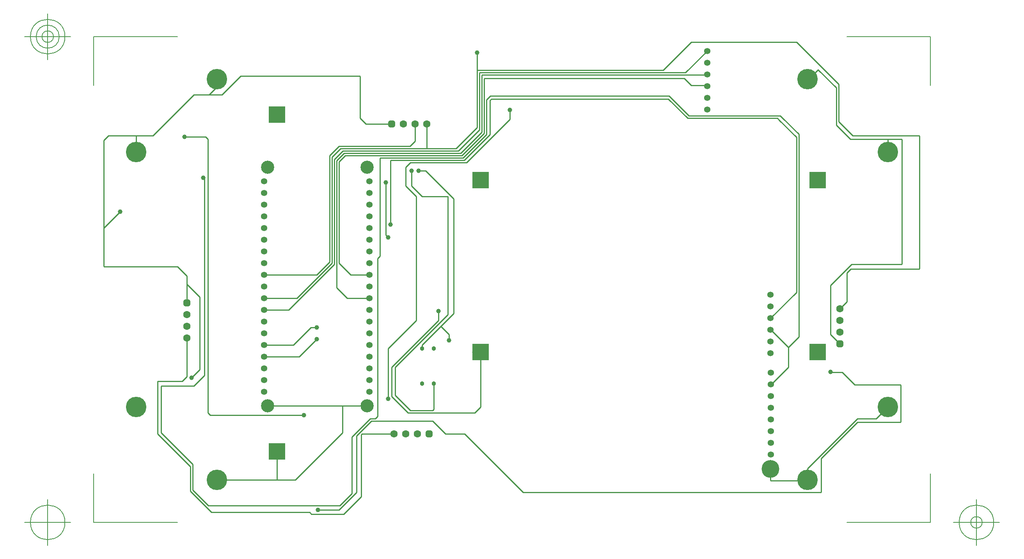
<source format=gbr>
G04 Generated by Ultiboard 14.2 *
%FSLAX24Y24*%
%MOIN*%

%ADD10C,0.0001*%
%ADD11C,0.0100*%
%ADD12C,0.0050*%
%ADD13C,0.0394*%
%ADD14C,0.1750*%
%ADD15C,0.0380*%
%ADD16C,0.0534*%
%ADD17C,0.1518*%
%ADD18R,0.1430X0.1430*%
%ADD19C,0.1124*%
%ADD20C,0.0633*%
%ADD21R,0.0208X0.0208*%
%ADD22C,0.0392*%


G04 ColorRGB 0000FF for the following layer *
%LNCopper Bottom*%
%LPD*%
G54D10*
G54D11*
X28600Y-1900D02*
X28000Y-2500D01*
X-10300Y13300D02*
X-12500Y13300D01*
X-26700Y-7700D02*
X-26700Y-1500D01*
X-26700Y-7700D02*
X-27400Y-8400D01*
X27200Y-4700D02*
X28000Y-5500D01*
X27200Y-4700D02*
X27200Y-500D01*
X22145Y-8955D02*
X23600Y-7500D01*
X22114Y-4314D02*
X23600Y-5800D01*
X22092Y-4314D02*
X22114Y-4314D01*
X-27500Y-16000D02*
X-30300Y-13200D01*
X27200Y-500D02*
X29000Y1300D01*
X28600Y571D02*
X28600Y-1900D01*
X28929Y900D02*
X28600Y571D01*
X34800Y929D02*
X34771Y900D01*
X28929Y900D01*
X34771Y12300D02*
X34800Y12271D01*
X34800Y929D01*
X27700Y13200D02*
X28900Y12000D01*
X27900Y13500D02*
X29100Y12300D01*
X27900Y16700D02*
X27900Y13500D01*
X29100Y12300D02*
X34771Y12300D01*
X-33500Y5800D02*
X-34900Y4400D01*
X-34871Y1100D02*
X-34900Y1129D01*
X-34900Y4400D01*
X-27800Y-400D02*
X-26700Y-1500D01*
X-28600Y1100D02*
X-27800Y300D01*
X-34871Y1100D02*
X-28600Y1100D01*
X-27800Y300D02*
X-27800Y-2000D01*
X-34900Y4400D02*
X-34900Y11900D01*
X-34500Y12300D02*
X-34900Y11900D01*
X-25240Y17140D02*
X-25240Y16460D01*
X-25900Y15800D01*
X32110Y10890D02*
X32110Y11990D01*
X32110Y-10890D02*
X31100Y-11900D01*
X29500Y-11900D01*
X25240Y-16160D01*
X25300Y-16100D01*
X25240Y-17140D02*
X25240Y-16160D01*
X-27800Y-8300D02*
X-27800Y-5000D01*
X-27500Y-18100D02*
X-25700Y-19900D01*
X-27500Y-18100D02*
X-27500Y-16000D01*
X-25700Y-19900D02*
X-17300Y-19900D01*
X-12900Y-13271D02*
X-12900Y-18571D01*
X-10096Y-13196D02*
X-12826Y-13196D01*
X-12900Y-13271D01*
X-11700Y-11900D02*
X-11500Y-11700D01*
X-17200Y-4100D02*
X-18700Y-5600D01*
X-16700Y-4100D02*
X-17200Y-4100D01*
X33200Y-12171D02*
X33171Y-12200D01*
X29500Y-12200D02*
X33171Y-12200D01*
X-14800Y-19700D02*
X-13300Y-18200D01*
X-16600Y-19700D02*
X-14800Y-19700D01*
X26400Y-15300D02*
X29500Y-12200D01*
X-18200Y-6600D02*
X-21200Y-6600D01*
X-18700Y-5600D02*
X-21200Y-5600D01*
X28200Y-7929D02*
X27200Y-7929D01*
X-20900Y-10800D02*
X-12400Y-10800D01*
X-16700Y-5100D02*
X-18200Y-6600D01*
X-21200Y400D02*
X-16700Y400D01*
X-15600Y1500D01*
X-11500Y-11700D02*
X-11500Y1800D01*
X-18400Y-1600D02*
X-21200Y-1600D01*
X-27200Y15800D02*
X-30700Y12300D01*
X-34500Y12300D01*
X-24800Y15800D02*
X-27200Y15800D01*
X-11300Y2000D02*
X-11500Y1800D01*
X33300Y1329D02*
X33271Y1300D01*
X33300Y11971D02*
X33271Y12000D01*
X28900Y12000D02*
X33271Y12000D01*
X29000Y1300D02*
X33271Y1300D01*
X33300Y1329D02*
X33300Y11971D01*
X22121Y-17192D02*
X22092Y-17163D01*
X22092Y-16195D02*
X22092Y-17163D01*
X22121Y-17192D02*
X25192Y-17192D01*
X33171Y-9000D02*
X33200Y-9029D01*
X33200Y-12171D02*
X33200Y-9029D01*
X29271Y-9000D02*
X28200Y-7929D01*
X29271Y-9000D02*
X33171Y-9000D01*
X-26300Y-8200D02*
X-27200Y-9100D01*
X23600Y-5800D02*
X23600Y-7500D01*
X24500Y-4900D02*
X23600Y-5800D01*
X-15600Y1500D02*
X-15600Y10600D01*
X-2971Y17900D02*
X-3000Y17871D01*
X24300Y20300D02*
X27900Y16700D01*
X12900Y17900D02*
X15300Y20300D01*
X-2971Y17900D02*
X12900Y17900D01*
X15300Y20300D02*
X24300Y20300D01*
X-12500Y13300D02*
X-13000Y13800D01*
X-2771Y17700D02*
X-2800Y17671D01*
X-2371Y17200D02*
X14700Y17200D01*
X-2371Y17200D02*
X-2400Y17171D01*
X-2571Y17500D02*
X-2600Y17471D01*
X-14100Y-1600D02*
X-12200Y-1600D01*
X-25800Y-11600D02*
X-17800Y-11600D01*
X-26000Y-11400D02*
X-25800Y-11600D01*
X-26000Y12000D02*
X-26000Y-11400D01*
X-13800Y400D02*
X-12200Y400D01*
X-2571Y17500D02*
X15500Y17500D01*
X24500Y12421D02*
X24500Y-4900D01*
X-2771Y17700D02*
X14820Y17700D01*
X16660Y19540D01*
X15500Y17500D02*
X16620Y17500D01*
X16660Y17540D01*
X15300Y16600D02*
X16520Y16600D01*
X16620Y16500D01*
X14700Y17200D02*
X15300Y16600D01*
X22821Y13650D02*
X24300Y12171D01*
X15100Y14000D02*
X22921Y14000D01*
X23110Y13810D02*
X24500Y12421D01*
X22921Y14000D02*
X23110Y13810D01*
X15000Y13800D02*
X22671Y13800D01*
X22821Y13650D01*
X-13029Y17400D02*
X-13000Y17371D01*
X-13000Y13800D02*
X-13000Y17371D01*
X-23200Y17400D02*
X-24800Y15800D01*
X-13029Y17400D02*
X-23200Y17400D01*
X-32110Y10890D02*
X-32110Y12290D01*
X26371Y-18200D02*
X26400Y-18171D01*
X26400Y-15300D01*
X944Y-18200D02*
X-4056Y-13200D01*
X944Y-18200D02*
X26371Y-18200D01*
X-30000Y-9129D02*
X-29971Y-9100D01*
X-27200Y-9100D02*
X-29971Y-9100D01*
X-27800Y-8300D02*
X-28200Y-8700D01*
X-30300Y-8700D02*
X-28200Y-8700D01*
X-30300Y-8700D02*
X-30300Y-13200D01*
X-30000Y-9129D02*
X-30000Y-13100D01*
X-27300Y-15800D01*
X-27300Y-17991D02*
X-25971Y-19321D01*
X-27300Y-15800D02*
X-27300Y-17991D01*
X-25971Y-19321D02*
X-14721Y-19321D01*
X-13700Y-18300D01*
X-25240Y-17140D02*
X-18540Y-17140D01*
X-14500Y-13100D01*
X-10371Y10200D02*
X-10400Y10171D01*
X-4100Y10200D02*
X-10371Y10200D01*
X-11271Y10400D02*
X-11300Y10371D01*
X-11300Y2000D01*
X-11271Y10400D02*
X-4200Y10400D01*
X-4300Y10600D02*
X-2400Y12500D01*
X-2400Y17171D01*
X-2600Y12600D02*
X-2600Y17471D01*
X-2600Y12600D02*
X-4400Y10800D01*
X-4600Y11000D02*
X-2800Y12800D01*
X-2800Y17671D01*
X-3029Y13000D02*
X-3000Y13029D01*
X-3000Y17871D02*
X-3000Y13029D01*
X-15600Y10600D02*
X-14800Y11400D01*
X-8729Y11400D02*
X-8300Y11829D01*
X-14800Y11400D02*
X-8729Y11400D01*
X-8300Y11829D02*
X-8300Y13300D01*
X-26300Y-8200D02*
X-26300Y8600D01*
X-26400Y8700D01*
X-26200Y12200D02*
X-26000Y12000D01*
X-28000Y12200D02*
X-26200Y12200D01*
X-20100Y-14700D02*
X-20100Y-17140D01*
X-14500Y-13100D02*
X-14500Y-10800D01*
X-3404Y-6196D02*
X-2704Y-6196D01*
X-8600Y9300D02*
X-8600Y8000D01*
X-7700Y7100D01*
X-5500Y7100D01*
X-2700Y-10900D02*
X-2700Y-6196D01*
X-6700Y-8896D02*
X-6700Y-11100D01*
X-6800Y-11200D01*
X-8000Y9300D02*
X-7400Y9300D01*
X-5000Y6900D01*
X-13300Y-13371D02*
X-12029Y-12100D01*
X-13300Y-18200D02*
X-13300Y-13371D01*
X-13700Y-13471D02*
X-12129Y-11900D01*
X-11700Y-11900D01*
X-13700Y-18300D02*
X-13700Y-13471D01*
X24300Y-1106D02*
X24300Y12171D01*
X24300Y-1106D02*
X22092Y-3314D01*
X-6800Y-12100D02*
X-5700Y-13200D01*
X-12029Y-12100D02*
X-6800Y-12100D01*
X-5700Y-13200D02*
X-4056Y-13200D01*
X-3200Y-11400D02*
X-2700Y-10900D01*
X-10600Y-5900D02*
X-8200Y-3500D01*
X-10600Y-10200D02*
X-10600Y-5900D01*
X-10300Y-10000D02*
X-8900Y-11400D01*
X-3200Y-11400D01*
X-10000Y-9900D02*
X-8700Y-11200D01*
X-6800Y-11200D01*
X-21200Y-2600D02*
X-19100Y-2600D01*
X-18400Y-1600D02*
X-15400Y1400D01*
X-19100Y-2600D02*
X-15200Y1300D01*
X-14671Y11200D02*
X-4800Y11200D01*
X-15400Y1400D02*
X-15400Y10471D01*
X-14671Y11200D02*
X-15400Y10471D01*
X-4800Y11200D02*
X-3000Y13000D01*
X-15200Y10271D02*
X-14471Y11000D01*
X-15200Y1300D02*
X-15200Y10271D01*
X-14471Y11000D02*
X-4600Y11000D01*
X-14371Y10800D02*
X-4400Y10800D01*
X-15000Y10171D02*
X-15000Y-700D01*
X-14371Y10800D02*
X-15000Y10171D01*
X-15000Y-700D02*
X-14100Y-1600D01*
X-14271Y10600D02*
X-4300Y10600D01*
X-14800Y1400D02*
X-14800Y10071D01*
X-14271Y10600D02*
X-14800Y10071D01*
X-13800Y400D02*
X-14800Y1400D01*
X-7300Y13300D02*
X-7300Y11200D01*
X-5000Y-2900D02*
X-7700Y-5600D01*
X-7700Y-5904D01*
X-5000Y6900D02*
X-5000Y-2900D01*
X-5500Y-3000D02*
X-10000Y-7500D01*
X-5500Y7100D02*
X-5500Y-3000D01*
X-10000Y-7500D02*
X-10000Y-9900D01*
X-6300Y-3500D02*
X-10300Y-7500D01*
X-10300Y-10000D01*
X-6300Y-3500D02*
X-6300Y-2700D01*
X-10800Y8300D02*
X-10800Y3800D01*
X-10600Y3600D01*
X-10400Y10171D02*
X-10400Y4700D01*
X-8200Y-3500D02*
X-8200Y7100D01*
X-9100Y8000D01*
X-9100Y9600D01*
X-8700Y10000D01*
X-3900Y10000D01*
X-200Y13700D01*
X-200Y14500D01*
X-6100Y-4000D02*
X-5400Y-4700D01*
X-5400Y-5200D01*
X-3000Y19371D02*
X-3000Y17900D01*
X-17150Y-20050D02*
X-14379Y-20050D01*
X-12900Y-18571D02*
X-14379Y-20050D01*
X-17300Y-19900D02*
X-17150Y-20050D01*
X26150Y17950D02*
X27700Y16400D01*
X27700Y13200D01*
X26150Y17950D02*
X25300Y17100D01*
X25200Y17100D01*
X-4200Y10400D02*
X-2200Y12400D01*
X-2200Y15371D01*
X-1871Y15700D02*
X13400Y15700D01*
X15100Y14000D01*
X-2200Y15371D02*
X-1871Y15700D01*
X13350Y15450D02*
X15000Y13800D01*
X-1771Y15450D02*
X13350Y15450D01*
X-1900Y12400D02*
X-1900Y15321D01*
X-4100Y10200D02*
X-1900Y12400D01*
X-1771Y15450D02*
X-1900Y15321D01*
G54D12*
X-35743Y-20768D02*
X-35743Y-16614D01*
X-35743Y-20768D02*
X-28594Y-20768D01*
X35743Y-20768D02*
X28594Y-20768D01*
X35743Y-20768D02*
X35743Y-16614D01*
X35743Y20768D02*
X35743Y16614D01*
X35743Y20768D02*
X28594Y20768D01*
X-35743Y20768D02*
X-28594Y20768D01*
X-35743Y20768D02*
X-35743Y16614D01*
X-37711Y-20768D02*
X-41648Y-20768D01*
X-39680Y-22736D02*
X-39680Y-18799D01*
X-41156Y-20768D02*
G75*
D01*
G02X-41156Y-20768I1476J0*
G01*
X37711Y-20768D02*
X41648Y-20768D01*
X39680Y-22736D02*
X39680Y-18799D01*
X38203Y-20768D02*
G75*
D01*
G02X38203Y-20768I1477J0*
G01*
X39188Y-20768D02*
G75*
D01*
G02X39188Y-20768I492J0*
G01*
X-37711Y20768D02*
X-41648Y20768D01*
X-39680Y18799D02*
X-39680Y22736D01*
X-41156Y20768D02*
G75*
D01*
G02X-41156Y20768I1476J0*
G01*
X-40664Y20768D02*
G75*
D01*
G02X-40664Y20768I984J0*
G01*
X-40172Y20768D02*
G75*
D01*
G02X-40172Y20768I492J0*
G01*
G54D13*
X-33500Y5800D03*
X-27400Y-8400D03*
X-16600Y-19700D03*
X27200Y-7900D03*
X-10600Y3600D03*
X-10800Y8300D03*
X-16700Y-4100D03*
X-16700Y-5100D03*
X-17800Y-11600D03*
X-26400Y8700D03*
X-28000Y12200D03*
X-8600Y9300D03*
X-8000Y9300D03*
X-10600Y-10200D03*
X-6300Y-2700D03*
X-10400Y4700D03*
X-200Y14500D03*
X-5400Y-5200D03*
X-3000Y19400D03*
G54D14*
X-25240Y17140D03*
X25240Y17140D03*
X32110Y10890D03*
X32110Y-10890D03*
X-32110Y10890D03*
X-25240Y-17140D03*
X25240Y-17140D03*
X-32110Y-10890D03*
G54D15*
X-7700Y-8896D03*
X-6700Y-8896D03*
X-6700Y-5904D03*
X-7700Y-5904D03*
G54D16*
X22100Y-7955D03*
X22100Y-8955D03*
X22100Y-9955D03*
X22100Y-10955D03*
X22100Y-11955D03*
X22100Y-12955D03*
X22100Y-13955D03*
X22100Y-14955D03*
X22092Y-6314D03*
X22092Y-5314D03*
X22092Y-4314D03*
X22092Y-3314D03*
X22092Y-2314D03*
X22092Y-1314D03*
X-12200Y-9600D03*
X-12200Y-8600D03*
X-12200Y-7600D03*
X-12200Y-6600D03*
X-12200Y-5600D03*
X-12200Y-4600D03*
X-12200Y-3600D03*
X-12200Y-2600D03*
X-12200Y-1600D03*
X-12200Y-600D03*
X-12200Y400D03*
X-12200Y1400D03*
X-12200Y2400D03*
X-12200Y3400D03*
X-12200Y4400D03*
X-12200Y5400D03*
X-12200Y6400D03*
X-12200Y7400D03*
X-12200Y8400D03*
X-21200Y-9600D03*
X-21200Y-8600D03*
X-21200Y-7600D03*
X-21200Y-6600D03*
X-21200Y-5600D03*
X-21200Y-4600D03*
X-21200Y-3600D03*
X-21200Y-2600D03*
X-21200Y-1600D03*
X-21200Y-600D03*
X-21200Y400D03*
X-21200Y1400D03*
X-21200Y2400D03*
X-21200Y3400D03*
X-21200Y4400D03*
X-21200Y5400D03*
X-21200Y6400D03*
X-21200Y7400D03*
X-21200Y8400D03*
X16660Y14540D03*
X16660Y15540D03*
X16660Y16540D03*
X16660Y17540D03*
X16660Y18540D03*
X16660Y19540D03*
G54D17*
X22092Y-16195D03*
G54D18*
X-20100Y-14700D03*
X-20100Y14100D03*
X-2700Y-6200D03*
X26100Y-6200D03*
X26100Y8500D03*
X-2700Y8500D03*
G54D19*
X-12400Y-10800D03*
X-20900Y-10800D03*
X-20900Y9600D03*
X-12400Y9600D03*
G54D20*
X28000Y-3500D03*
X28000Y-4500D03*
X28000Y-2500D03*
X-27800Y-4000D03*
X-27800Y-3000D03*
X-27800Y-5000D03*
X-9096Y-13196D03*
X-8096Y-13196D03*
X-10096Y-13196D03*
X-8300Y13300D03*
X-9300Y13300D03*
X-7300Y13300D03*
G54D21*
X28000Y-5500D03*
X-27800Y-2000D03*
X-7096Y-13196D03*
X-10300Y13300D03*
G54D22*
X27896Y-5604D02*
X28104Y-5604D01*
X28104Y-5396D01*
X27896Y-5396D01*
X27896Y-5604D01*D02*
X-27904Y-2104D02*
X-27696Y-2104D01*
X-27696Y-1896D01*
X-27904Y-1896D01*
X-27904Y-2104D01*D02*
X-7200Y-13300D02*
X-6992Y-13300D01*
X-6992Y-13092D01*
X-7200Y-13092D01*
X-7200Y-13300D01*D02*
X-10404Y13196D02*
X-10196Y13196D01*
X-10196Y13404D01*
X-10404Y13404D01*
X-10404Y13196D01*D02*

M02*

</source>
